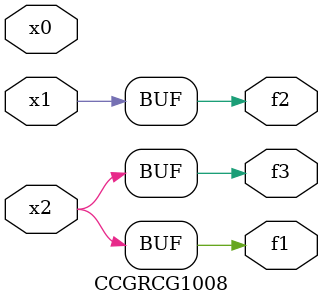
<source format=v>
module CCGRCG1008(
	input x0, x1, x2,
	output f1, f2, f3
);
	assign f1 = x2;
	assign f2 = x1;
	assign f3 = x2;
endmodule

</source>
